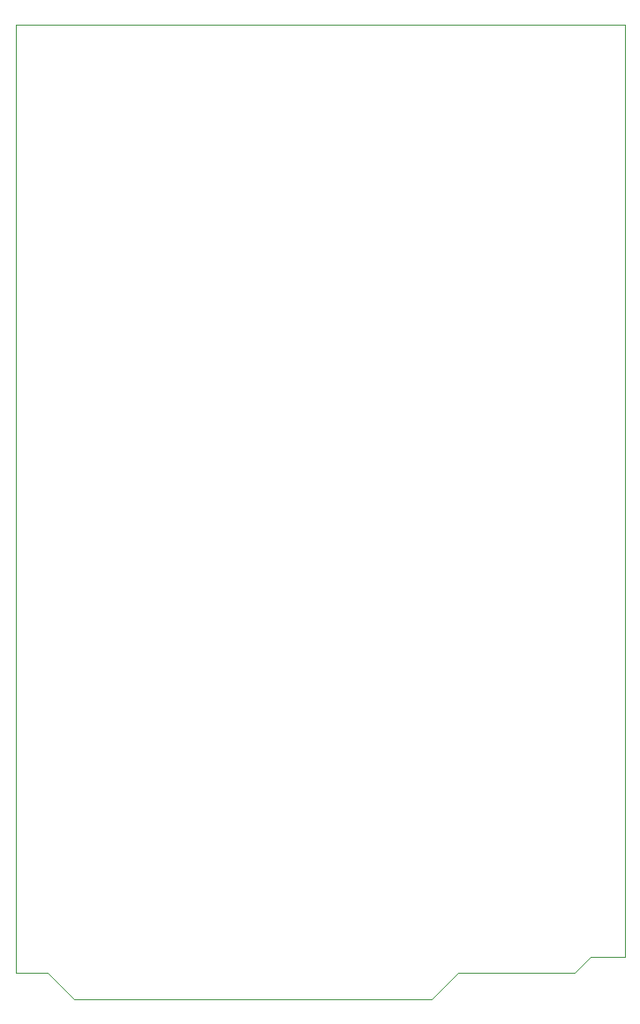
<source format=gbr>
G04 #@! TF.GenerationSoftware,KiCad,Pcbnew,(5.1.2)-2*
G04 #@! TF.CreationDate,2020-09-08T11:20:29+07:00*
G04 #@! TF.ProjectId,Balancing_Robot,42616c61-6e63-4696-9e67-5f526f626f74,rev?*
G04 #@! TF.SameCoordinates,Original*
G04 #@! TF.FileFunction,Profile,NP*
%FSLAX46Y46*%
G04 Gerber Fmt 4.6, Leading zero omitted, Abs format (unit mm)*
G04 Created by KiCad (PCBNEW (5.1.2)-2) date 2020-09-08 11:20:29*
%MOMM*%
%LPD*%
G04 APERTURE LIST*
%ADD10C,0.050000*%
G04 APERTURE END LIST*
D10*
X118872000Y-70104000D02*
X118872000Y-70358000D01*
X60452000Y-70104000D02*
X118872000Y-70104000D01*
X60452000Y-161036000D02*
X60452000Y-70104000D01*
X62230000Y-161036000D02*
X60452000Y-161036000D01*
X63500000Y-161036000D02*
X62230000Y-161036000D01*
X66040000Y-163576000D02*
X63500000Y-161036000D01*
X100330000Y-163576000D02*
X66040000Y-163576000D01*
X102870000Y-161036000D02*
X100330000Y-163576000D01*
X114046000Y-161036000D02*
X102870000Y-161036000D01*
X115570000Y-159512000D02*
X114046000Y-161036000D01*
X118872000Y-159512000D02*
X115570000Y-159512000D01*
X118872000Y-70358000D02*
X118872000Y-159512000D01*
M02*

</source>
